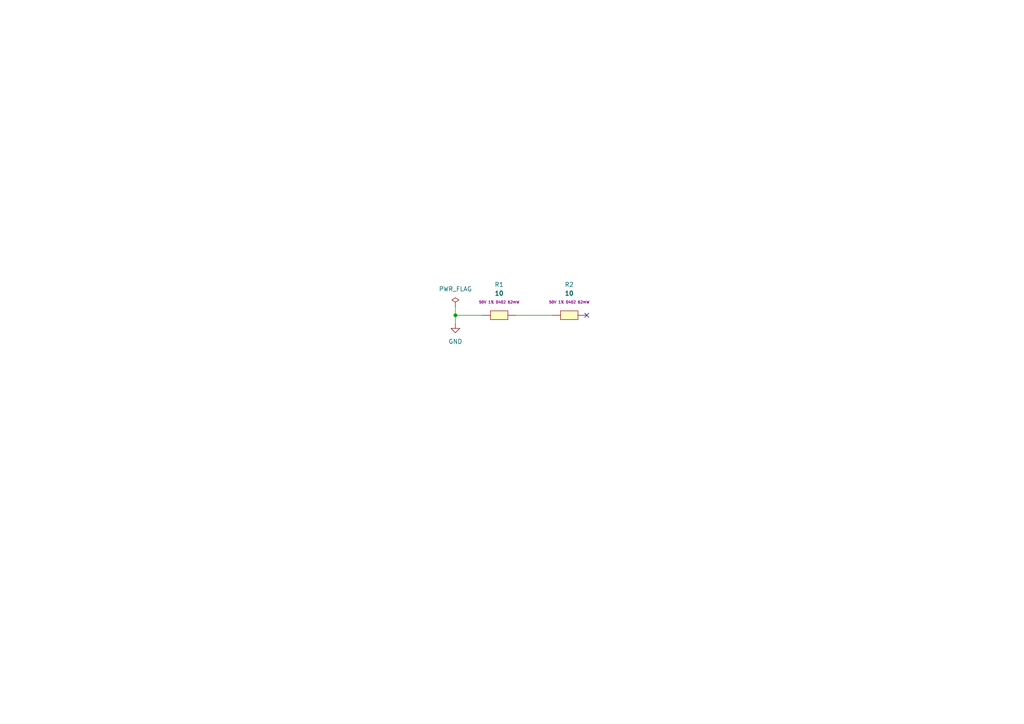
<source format=kicad_sch>
(kicad_sch (version 20231120) (generator "eeschema") (generator_version "8.0")
  (paper "A4")
  (lib_symbols
    (symbol "LiveAstra:R_10Ohm_0402_62mW" (pin_numbers hide) (pin_names hide)
      (property "Reference" "R" (at 0 7.62 0))
      (property "Value" "10" (at 0 5.08 0))
      (property "Extra Values" "50V 1% 0402 62mW" (at 0 2.54 0))
      (symbol "R_10Ohm_0402_62mW_0_1"
        (rectangle (start -2.54 1.27) (end 2.54 -1.27) (fill (type background)))
      )
      (symbol "R_10Ohm_0402_62mW_1_1"
        (pin passive line (at -5.08 0 0) (length 2.54) (name "1") (number "1"))
        (pin passive line (at 5.08 0 180) (length 2.54) (name "2") (number "2"))
      )
    )
    (symbol "power:GND" (power) (pin_numbers hide) (pin_names (offset 0) hide)
      (property "Value" "GND" (at 0 -3.81 0))
      (symbol "GND_0_1"
        (polyline (pts (xy 0 0) (xy 0 -1.27) (xy 1.27 -1.27) (xy 0 -2.54) (xy -1.27 -1.27) (xy 0 -1.27)))
      )
      (symbol "GND_1_1"
        (pin power_in line (at 0 0 270) (length 0) (name "~") (number "1"))
      )
    )
    (symbol "power:PWR_FLAG" (power) (pin_numbers hide) (pin_names (offset 0) hide)
      (property "Value" "PWR_FLAG" (at 0 3.81 0))
      (symbol "PWR_FLAG_0_0"
        (pin power_out line (at 0 0 90) (length 0) (name "~") (number "1"))
      )
      (symbol "PWR_FLAG_0_1"
        (polyline (pts (xy 0 0) (xy 0 1.27) (xy -1.016 1.905) (xy 0 2.54) (xy 1.016 1.905) (xy 0 1.27)))
      )
    )
  )
  (junction (at 132.08 91.44))
  (no_connect (at 170.18 91.44))
  (wire (pts (xy 149.86 91.44) (xy 160.02 91.44)))
  (wire (pts (xy 132.08 88.9) (xy 132.08 91.44)))
  (wire (pts (xy 132.08 93.98) (xy 132.08 91.44)))
  (wire (pts (xy 139.7 91.44) (xy 132.08 91.44)))
  (symbol (lib_id "power:PWR_FLAG") (at 132.08 88.9 0) (unit 1)
    (property "Reference" "#FLG01" (effects (hide yes)))
    (property "Value" "PWR_FLAG" (at 132.08 83.82 0))
    (property "Description" "Special symbol for telling ERC where power comes from" (effects (hide yes)))
  )
  (symbol (lib_id "LiveAstra:R_10Ohm_0402_62mW") (at 165.1 91.44 0) (unit 1)
    (property "Reference" "R2" (at 165.1 82.55 0))
    (property "Value" "10" (at 165.1 85.09 0) (effects (font (bold yes))))
    (property "Footprint" "LiveAstra:R_0402_1005Metric" (effects (hide yes)))
    (property "Datasheet" "https://lcsc.com/product-detail/Chip-Resistor-Surface-Mount-UniOhm_10R-10R0-1_C25077.html" (effects (hide yes)))
    (property "Description" "62.5mW Thick Film Resistors 50V ±1% ±200ppm/℃ 10Ω 0402 Chip Resistor - Surface Mount ROHS" (effects (hide yes)))
    (property "LCSC Part" "C25077" (effects (hide yes)))
    (property "Extra Values" "50V 1% 0402 62mW" (at 165.1 87.63 0) (effects (font (size 0.762 0.762) (bold yes))))
    (property "MPN" "0402WGF100JTCE" (effects (hide yes)))
    (property "MFN" "UNI-ROYAL(Uniroyal Elec)" (effects (hide yes)))
  )
  (symbol (lib_id "power:GND") (at 132.08 93.98 0) (unit 1)
    (property "Reference" "#PWR01" (effects (hide yes)))
    (property "Value" "GND" (at 132.08 99.06 0))
    (property "Description" "Power symbol creates a global label with name \"GND\" , ground" (effects (hide yes)))
  )
  (symbol (lib_id "LiveAstra:R_10Ohm_0402_62mW") (at 144.78 91.44 0) (unit 1)
    (property "Reference" "R1" (at 144.78 82.55 0))
    (property "Value" "10" (at 144.78 85.09 0) (effects (font (bold yes))))
    (property "Footprint" "LiveAstra:R_0402_1005Metric" (effects (hide yes)))
    (property "Datasheet" "https://lcsc.com/product-detail/Chip-Resistor-Surface-Mount-UniOhm_10R-10R0-1_C25077.html" (effects (hide yes)))
    (property "Description" "62.5mW Thick Film Resistors 50V ±1% ±200ppm/℃ 10Ω 0402 Chip Resistor - Surface Mount ROHS" (effects (hide yes)))
    (property "LCSC Part" "C25077" (effects (hide yes)))
    (property "Extra Values" "50V 1% 0402 62mW" (at 144.78 87.63 0) (effects (font (size 0.762 0.762) (bold yes))))
    (property "MPN" "0402WGF100JTCE" (effects (hide yes)))
    (property "MFN" "UNI-ROYAL(Uniroyal Elec)" (effects (hide yes)))
  )
)
</source>
